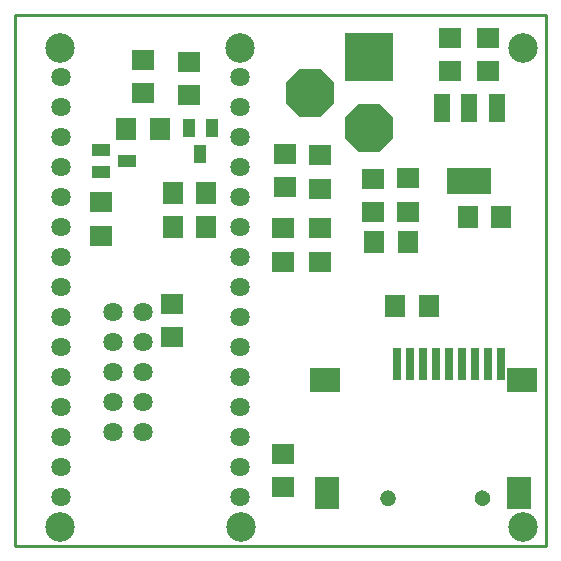
<source format=gbs>
G75*
%MOIN*%
%OFA0B0*%
%FSLAX25Y25*%
%IPPOS*%
%LPD*%
%AMOC8*
5,1,8,0,0,1.08239X$1,22.5*
%
%ADD10C,0.01000*%
%ADD11R,0.07487X0.06699*%
%ADD12R,0.06699X0.07487*%
%ADD13C,0.06424*%
%ADD14OC8,0.16148*%
%ADD15R,0.16148X0.16148*%
%ADD16C,0.08077*%
%ADD17R,0.04337X0.05912*%
%ADD18R,0.07498X0.06699*%
%ADD19R,0.06699X0.07498*%
%ADD20R,0.05912X0.04337*%
%ADD21R,0.05200X0.09200*%
%ADD22R,0.14573X0.09061*%
%ADD23C,0.00000*%
%ADD24C,0.05124*%
%ADD25R,0.08274X0.10636*%
%ADD26R,0.10243X0.08274*%
%ADD27R,0.03156X0.10636*%
%ADD28C,0.09849*%
D10*
X0019234Y0003118D02*
X0019234Y0180283D01*
X0196399Y0180283D01*
X0196399Y0003118D01*
X0019234Y0003118D01*
D11*
X0164228Y0161486D03*
X0164228Y0172509D03*
X0176794Y0172609D03*
X0176794Y0161586D03*
D12*
X0181439Y0112961D03*
X0170415Y0112961D03*
X0083013Y0120835D03*
X0071990Y0120835D03*
D13*
X0094431Y0119339D03*
X0094431Y0129339D03*
X0094431Y0139339D03*
X0094431Y0149339D03*
X0094431Y0159339D03*
X0094431Y0109339D03*
X0094431Y0099339D03*
X0094431Y0089339D03*
X0094431Y0079339D03*
X0094431Y0069339D03*
X0094431Y0059339D03*
X0094431Y0049339D03*
X0094431Y0039339D03*
X0094431Y0029339D03*
X0094431Y0019339D03*
X0061793Y0041150D03*
X0051793Y0041150D03*
X0051793Y0051150D03*
X0061793Y0051150D03*
X0061793Y0061150D03*
X0061793Y0071150D03*
X0051793Y0071150D03*
X0051793Y0061150D03*
X0034588Y0059339D03*
X0034588Y0069339D03*
X0034588Y0079339D03*
X0034588Y0089339D03*
X0034588Y0099339D03*
X0034588Y0109339D03*
X0034588Y0119339D03*
X0034588Y0129339D03*
X0034588Y0139339D03*
X0034588Y0149339D03*
X0034588Y0159339D03*
X0051793Y0081150D03*
X0061793Y0081150D03*
X0034588Y0049339D03*
X0034588Y0039339D03*
X0034588Y0029339D03*
X0034588Y0019339D03*
D14*
X0137351Y0142439D03*
X0117651Y0154239D03*
D15*
X0137351Y0166039D03*
D16*
X0134351Y0166039D03*
X0140351Y0166039D03*
X0117651Y0157239D03*
X0117651Y0151239D03*
X0134351Y0142439D03*
X0140351Y0142439D03*
D17*
X0084785Y0142488D03*
X0077305Y0142488D03*
X0081045Y0133827D03*
D18*
X0077208Y0153450D03*
X0077208Y0164647D03*
X0061985Y0165218D03*
X0061985Y0154021D03*
X0047974Y0117772D03*
X0047974Y0106575D03*
X0071596Y0083913D03*
X0071596Y0072717D03*
X0108604Y0097913D03*
X0108604Y0109110D03*
X0120809Y0109110D03*
X0120809Y0097913D03*
X0138619Y0114393D03*
X0138619Y0125590D03*
X0150143Y0125690D03*
X0150143Y0114493D03*
X0120809Y0122323D03*
X0120809Y0133520D03*
X0109391Y0133913D03*
X0109391Y0122717D03*
X0108604Y0033913D03*
X0108604Y0022717D03*
D19*
X0145987Y0083121D03*
X0157184Y0083121D03*
X0150267Y0104382D03*
X0139070Y0104382D03*
X0083100Y0109417D03*
X0071903Y0109417D03*
X0067546Y0142188D03*
X0056349Y0142188D03*
D20*
X0047974Y0135205D03*
X0047974Y0127724D03*
X0056635Y0131465D03*
D21*
X0161630Y0149216D03*
X0170730Y0149216D03*
X0179830Y0149216D03*
D22*
X0170730Y0124815D03*
D23*
X0172581Y0019220D02*
X0172583Y0019317D01*
X0172589Y0019414D01*
X0172599Y0019510D01*
X0172613Y0019606D01*
X0172631Y0019702D01*
X0172652Y0019796D01*
X0172678Y0019890D01*
X0172707Y0019982D01*
X0172741Y0020073D01*
X0172777Y0020163D01*
X0172818Y0020251D01*
X0172862Y0020337D01*
X0172910Y0020422D01*
X0172961Y0020504D01*
X0173015Y0020585D01*
X0173073Y0020663D01*
X0173134Y0020738D01*
X0173197Y0020811D01*
X0173264Y0020882D01*
X0173334Y0020949D01*
X0173406Y0021014D01*
X0173481Y0021075D01*
X0173559Y0021134D01*
X0173638Y0021189D01*
X0173720Y0021241D01*
X0173804Y0021289D01*
X0173890Y0021334D01*
X0173978Y0021376D01*
X0174067Y0021414D01*
X0174158Y0021448D01*
X0174250Y0021478D01*
X0174343Y0021505D01*
X0174438Y0021527D01*
X0174533Y0021546D01*
X0174629Y0021561D01*
X0174725Y0021572D01*
X0174822Y0021579D01*
X0174919Y0021582D01*
X0175016Y0021581D01*
X0175113Y0021576D01*
X0175209Y0021567D01*
X0175305Y0021554D01*
X0175401Y0021537D01*
X0175496Y0021516D01*
X0175589Y0021492D01*
X0175682Y0021463D01*
X0175774Y0021431D01*
X0175864Y0021395D01*
X0175952Y0021356D01*
X0176039Y0021312D01*
X0176124Y0021266D01*
X0176207Y0021215D01*
X0176288Y0021162D01*
X0176366Y0021105D01*
X0176443Y0021045D01*
X0176516Y0020982D01*
X0176587Y0020916D01*
X0176655Y0020847D01*
X0176721Y0020775D01*
X0176783Y0020701D01*
X0176842Y0020624D01*
X0176898Y0020545D01*
X0176951Y0020463D01*
X0177001Y0020380D01*
X0177046Y0020294D01*
X0177089Y0020207D01*
X0177128Y0020118D01*
X0177163Y0020028D01*
X0177194Y0019936D01*
X0177221Y0019843D01*
X0177245Y0019749D01*
X0177265Y0019654D01*
X0177281Y0019558D01*
X0177293Y0019462D01*
X0177301Y0019365D01*
X0177305Y0019268D01*
X0177305Y0019172D01*
X0177301Y0019075D01*
X0177293Y0018978D01*
X0177281Y0018882D01*
X0177265Y0018786D01*
X0177245Y0018691D01*
X0177221Y0018597D01*
X0177194Y0018504D01*
X0177163Y0018412D01*
X0177128Y0018322D01*
X0177089Y0018233D01*
X0177046Y0018146D01*
X0177001Y0018060D01*
X0176951Y0017977D01*
X0176898Y0017895D01*
X0176842Y0017816D01*
X0176783Y0017739D01*
X0176721Y0017665D01*
X0176655Y0017593D01*
X0176587Y0017524D01*
X0176516Y0017458D01*
X0176443Y0017395D01*
X0176366Y0017335D01*
X0176288Y0017278D01*
X0176207Y0017225D01*
X0176124Y0017174D01*
X0176039Y0017128D01*
X0175952Y0017084D01*
X0175864Y0017045D01*
X0175774Y0017009D01*
X0175682Y0016977D01*
X0175589Y0016948D01*
X0175496Y0016924D01*
X0175401Y0016903D01*
X0175305Y0016886D01*
X0175209Y0016873D01*
X0175113Y0016864D01*
X0175016Y0016859D01*
X0174919Y0016858D01*
X0174822Y0016861D01*
X0174725Y0016868D01*
X0174629Y0016879D01*
X0174533Y0016894D01*
X0174438Y0016913D01*
X0174343Y0016935D01*
X0174250Y0016962D01*
X0174158Y0016992D01*
X0174067Y0017026D01*
X0173978Y0017064D01*
X0173890Y0017106D01*
X0173804Y0017151D01*
X0173720Y0017199D01*
X0173638Y0017251D01*
X0173559Y0017306D01*
X0173481Y0017365D01*
X0173406Y0017426D01*
X0173334Y0017491D01*
X0173264Y0017558D01*
X0173197Y0017629D01*
X0173134Y0017702D01*
X0173073Y0017777D01*
X0173015Y0017855D01*
X0172961Y0017936D01*
X0172910Y0018018D01*
X0172862Y0018103D01*
X0172818Y0018189D01*
X0172777Y0018277D01*
X0172741Y0018367D01*
X0172707Y0018458D01*
X0172678Y0018550D01*
X0172652Y0018644D01*
X0172631Y0018738D01*
X0172613Y0018834D01*
X0172599Y0018930D01*
X0172589Y0019026D01*
X0172583Y0019123D01*
X0172581Y0019220D01*
X0141084Y0019220D02*
X0141086Y0019317D01*
X0141092Y0019414D01*
X0141102Y0019510D01*
X0141116Y0019606D01*
X0141134Y0019702D01*
X0141155Y0019796D01*
X0141181Y0019890D01*
X0141210Y0019982D01*
X0141244Y0020073D01*
X0141280Y0020163D01*
X0141321Y0020251D01*
X0141365Y0020337D01*
X0141413Y0020422D01*
X0141464Y0020504D01*
X0141518Y0020585D01*
X0141576Y0020663D01*
X0141637Y0020738D01*
X0141700Y0020811D01*
X0141767Y0020882D01*
X0141837Y0020949D01*
X0141909Y0021014D01*
X0141984Y0021075D01*
X0142062Y0021134D01*
X0142141Y0021189D01*
X0142223Y0021241D01*
X0142307Y0021289D01*
X0142393Y0021334D01*
X0142481Y0021376D01*
X0142570Y0021414D01*
X0142661Y0021448D01*
X0142753Y0021478D01*
X0142846Y0021505D01*
X0142941Y0021527D01*
X0143036Y0021546D01*
X0143132Y0021561D01*
X0143228Y0021572D01*
X0143325Y0021579D01*
X0143422Y0021582D01*
X0143519Y0021581D01*
X0143616Y0021576D01*
X0143712Y0021567D01*
X0143808Y0021554D01*
X0143904Y0021537D01*
X0143999Y0021516D01*
X0144092Y0021492D01*
X0144185Y0021463D01*
X0144277Y0021431D01*
X0144367Y0021395D01*
X0144455Y0021356D01*
X0144542Y0021312D01*
X0144627Y0021266D01*
X0144710Y0021215D01*
X0144791Y0021162D01*
X0144869Y0021105D01*
X0144946Y0021045D01*
X0145019Y0020982D01*
X0145090Y0020916D01*
X0145158Y0020847D01*
X0145224Y0020775D01*
X0145286Y0020701D01*
X0145345Y0020624D01*
X0145401Y0020545D01*
X0145454Y0020463D01*
X0145504Y0020380D01*
X0145549Y0020294D01*
X0145592Y0020207D01*
X0145631Y0020118D01*
X0145666Y0020028D01*
X0145697Y0019936D01*
X0145724Y0019843D01*
X0145748Y0019749D01*
X0145768Y0019654D01*
X0145784Y0019558D01*
X0145796Y0019462D01*
X0145804Y0019365D01*
X0145808Y0019268D01*
X0145808Y0019172D01*
X0145804Y0019075D01*
X0145796Y0018978D01*
X0145784Y0018882D01*
X0145768Y0018786D01*
X0145748Y0018691D01*
X0145724Y0018597D01*
X0145697Y0018504D01*
X0145666Y0018412D01*
X0145631Y0018322D01*
X0145592Y0018233D01*
X0145549Y0018146D01*
X0145504Y0018060D01*
X0145454Y0017977D01*
X0145401Y0017895D01*
X0145345Y0017816D01*
X0145286Y0017739D01*
X0145224Y0017665D01*
X0145158Y0017593D01*
X0145090Y0017524D01*
X0145019Y0017458D01*
X0144946Y0017395D01*
X0144869Y0017335D01*
X0144791Y0017278D01*
X0144710Y0017225D01*
X0144627Y0017174D01*
X0144542Y0017128D01*
X0144455Y0017084D01*
X0144367Y0017045D01*
X0144277Y0017009D01*
X0144185Y0016977D01*
X0144092Y0016948D01*
X0143999Y0016924D01*
X0143904Y0016903D01*
X0143808Y0016886D01*
X0143712Y0016873D01*
X0143616Y0016864D01*
X0143519Y0016859D01*
X0143422Y0016858D01*
X0143325Y0016861D01*
X0143228Y0016868D01*
X0143132Y0016879D01*
X0143036Y0016894D01*
X0142941Y0016913D01*
X0142846Y0016935D01*
X0142753Y0016962D01*
X0142661Y0016992D01*
X0142570Y0017026D01*
X0142481Y0017064D01*
X0142393Y0017106D01*
X0142307Y0017151D01*
X0142223Y0017199D01*
X0142141Y0017251D01*
X0142062Y0017306D01*
X0141984Y0017365D01*
X0141909Y0017426D01*
X0141837Y0017491D01*
X0141767Y0017558D01*
X0141700Y0017629D01*
X0141637Y0017702D01*
X0141576Y0017777D01*
X0141518Y0017855D01*
X0141464Y0017936D01*
X0141413Y0018018D01*
X0141365Y0018103D01*
X0141321Y0018189D01*
X0141280Y0018277D01*
X0141244Y0018367D01*
X0141210Y0018458D01*
X0141181Y0018550D01*
X0141155Y0018644D01*
X0141134Y0018738D01*
X0141116Y0018834D01*
X0141102Y0018930D01*
X0141092Y0019026D01*
X0141086Y0019123D01*
X0141084Y0019220D01*
D24*
X0143446Y0019220D03*
X0174943Y0019220D03*
D25*
X0187147Y0020795D03*
X0123368Y0020795D03*
D26*
X0122580Y0058591D03*
X0188328Y0058591D03*
D27*
X0181242Y0063709D03*
X0176911Y0063709D03*
X0172580Y0063709D03*
X0168250Y0063709D03*
X0163919Y0063709D03*
X0159588Y0063709D03*
X0155257Y0063709D03*
X0150927Y0063709D03*
X0146596Y0063709D03*
D28*
X0188525Y0009496D03*
X0094534Y0009496D03*
X0034334Y0009496D03*
X0034334Y0169318D03*
X0094434Y0169218D03*
X0188525Y0169260D03*
M02*

</source>
